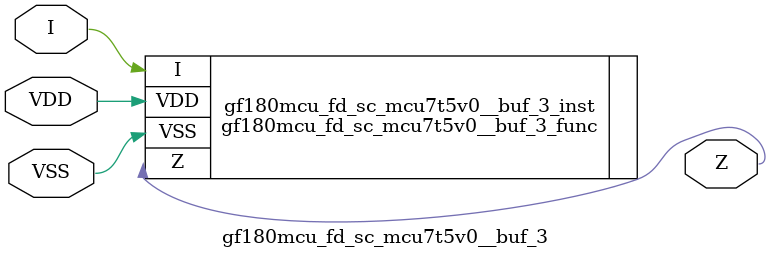
<source format=v>

module gf180mcu_fd_sc_mcu7t5v0__buf_3( I, Z, VDD, VSS );
input I;
inout VDD, VSS;
output Z;

   `ifdef FUNCTIONAL  //  functional //

	gf180mcu_fd_sc_mcu7t5v0__buf_3_func gf180mcu_fd_sc_mcu7t5v0__buf_3_behav_inst(.I(I),.Z(Z),.VDD(VDD),.VSS(VSS));

   `else

	gf180mcu_fd_sc_mcu7t5v0__buf_3_func gf180mcu_fd_sc_mcu7t5v0__buf_3_inst(.I(I),.Z(Z),.VDD(VDD),.VSS(VSS));

	// spec_gates_begin


	// spec_gates_end



   specify

	// specify_block_begin

	// comb arc I --> Z
	 (I => Z) = (1.0,1.0);

	// specify_block_end

   endspecify

   `endif

endmodule

</source>
